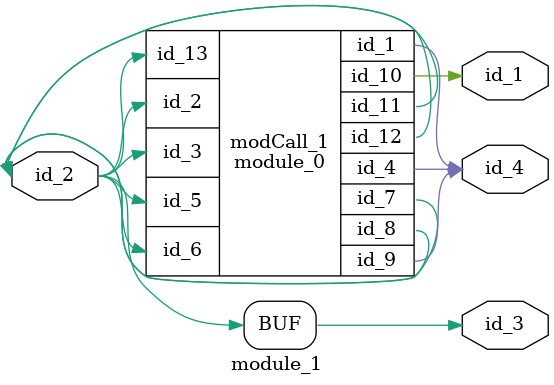
<source format=v>
module module_0 (
    id_1,
    id_2,
    id_3,
    id_4,
    id_5,
    id_6,
    id_7,
    id_8,
    id_9,
    id_10,
    id_11,
    id_12,
    id_13
);
  input wire id_13;
  inout wire id_12;
  output wire id_11;
  output wire id_10;
  output wire id_9;
  output wire id_8;
  output wire id_7;
  input wire id_6;
  input wire id_5;
  output wire id_4;
  input wire id_3;
  input wire id_2;
  output wire id_1;
  wire id_14;
  assign id_4 = (id_12);
  wire id_15, id_16;
endmodule
module module_1 (
    id_1,
    id_2,
    id_3,
    id_4
);
  output wire id_4;
  module_0 modCall_1 (
      id_4,
      id_2,
      id_2,
      id_4,
      id_2,
      id_2,
      id_2,
      id_2,
      id_4,
      id_1,
      id_2,
      id_2,
      id_2
  );
  output reg id_3;
  inout wire id_2;
  output wire id_1;
  always id_3 <= id_2;
endmodule

</source>
